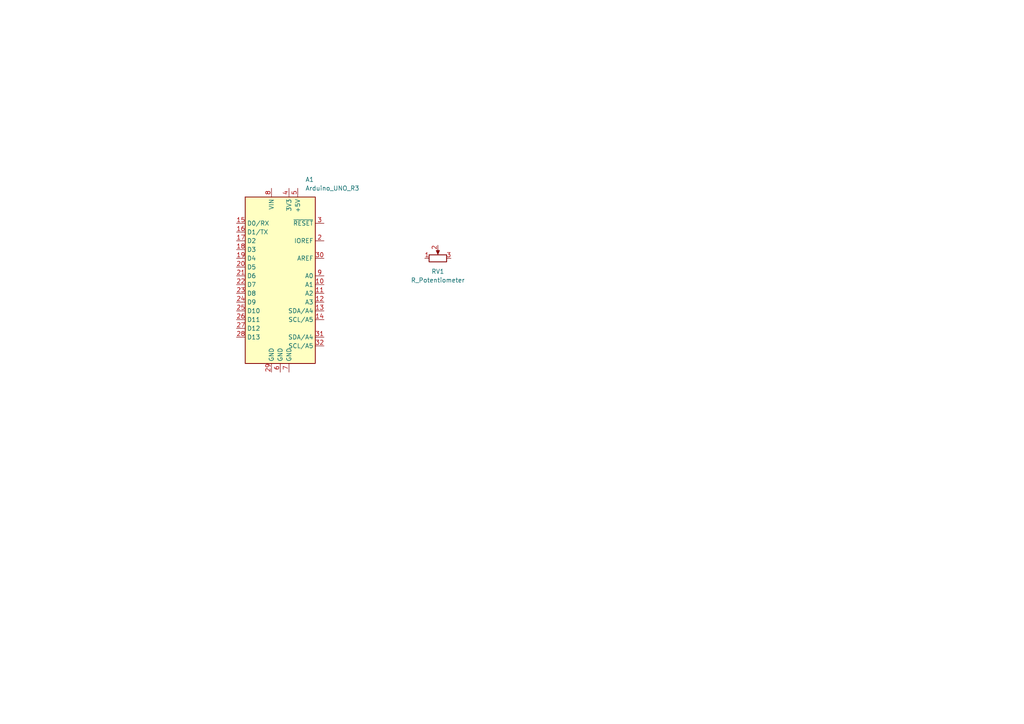
<source format=kicad_sch>
(kicad_sch (version 20230121) (generator eeschema)
  (paper "A4")
  (lib_symbols
    (symbol "Device:R_Potentiometer" (pin_names (offset 1.016) hide)
      (property "Reference" "RV" (at -4.445 0 90))
      (property "Value" "R_Potentiometer" (at -2.54 0 90))
      (symbol "R_Potentiometer_0_1"
        (polyline (pts (xy 2.54 0) (xy 1.524 0)))
        (polyline (pts (xy 1.143 0) (xy 2.286 0.508) (xy 2.286 -0.508) (xy 1.143 0)) (fill (type outline)))
        (rectangle (start 1.016 2.54) (end -1.016 -2.54) (stroke (width 0.254)))
      )
      (symbol "R_Potentiometer_1_1"
        (pin passive line (at 0 3.81 270) (length 1.27) (name "1") (number "1"))
        (pin passive line (at 3.81 0 180) (length 1.27) (name "2") (number "2"))
        (pin passive line (at 0 -3.81 90) (length 1.27) (name "3") (number "3"))
      )
    )
    (symbol "MCU_Module:Arduino_UNO_R3"
      (property "Reference" "A" (at -10.16 23.495 0))
      (property "Value" "Arduino_UNO_R3" (at 5.08 -26.67 0))
      (symbol "Arduino_UNO_R3_0_1"
        (rectangle (start -10.16 22.86) (end 10.16 -25.4) (stroke (width 0.254)) (fill (type background)))
      )
      (symbol "Arduino_UNO_R3_1_1"
        (pin no_connect line (at -10.16 -20.32 0) (length 2.54) hide (name "NC") (number "1"))
        (pin bidirectional line (at 12.7 -2.54 180) (length 2.54) (name "A1") (number "10"))
        (pin bidirectional line (at 12.7 -5.08 180) (length 2.54) (name "A2") (number "11"))
        (pin bidirectional line (at 12.7 -7.62 180) (length 2.54) (name "A3") (number "12"))
        (pin bidirectional line (at 12.7 -10.16 180) (length 2.54) (name "SDA/A4") (number "13"))
        (pin bidirectional line (at 12.7 -12.7 180) (length 2.54) (name "SCL/A5") (number "14"))
        (pin bidirectional line (at -12.7 15.24 0) (length 2.54) (name "D0/RX") (number "15"))
        (pin bidirectional line (at -12.7 12.7 0) (length 2.54) (name "D1/TX") (number "16"))
        (pin bidirectional line (at -12.7 10.16 0) (length 2.54) (name "D2") (number "17"))
        (pin bidirectional line (at -12.7 7.62 0) (length 2.54) (name "D3") (number "18"))
        (pin bidirectional line (at -12.7 5.08 0) (length 2.54) (name "D4") (number "19"))
        (pin output line (at 12.7 10.16 180) (length 2.54) (name "IOREF") (number "2"))
        (pin bidirectional line (at -12.7 2.54 0) (length 2.54) (name "D5") (number "20"))
        (pin bidirectional line (at -12.7 0 0) (length 2.54) (name "D6") (number "21"))
        (pin bidirectional line (at -12.7 -2.54 0) (length 2.54) (name "D7") (number "22"))
        (pin bidirectional line (at -12.7 -5.08 0) (length 2.54) (name "D8") (number "23"))
        (pin bidirectional line (at -12.7 -7.62 0) (length 2.54) (name "D9") (number "24"))
        (pin bidirectional line (at -12.7 -10.16 0) (length 2.54) (name "D10") (number "25"))
        (pin bidirectional line (at -12.7 -12.7 0) (length 2.54) (name "D11") (number "26"))
        (pin bidirectional line (at -12.7 -15.24 0) (length 2.54) (name "D12") (number "27"))
        (pin bidirectional line (at -12.7 -17.78 0) (length 2.54) (name "D13") (number "28"))
        (pin power_in line (at -2.54 -27.94 90) (length 2.54) (name "GND") (number "29"))
        (pin input line (at 12.7 15.24 180) (length 2.54) (name "~{RESET}") (number "3"))
        (pin input line (at 12.7 5.08 180) (length 2.54) (name "AREF") (number "30"))
        (pin bidirectional line (at 12.7 -17.78 180) (length 2.54) (name "SDA/A4") (number "31"))
        (pin bidirectional line (at 12.7 -20.32 180) (length 2.54) (name "SCL/A5") (number "32"))
        (pin power_out line (at 2.54 25.4 270) (length 2.54) (name "3V3") (number "4"))
        (pin power_out line (at 5.08 25.4 270) (length 2.54) (name "+5V") (number "5"))
        (pin power_in line (at 0 -27.94 90) (length 2.54) (name "GND") (number "6"))
        (pin power_in line (at 2.54 -27.94 90) (length 2.54) (name "GND") (number "7"))
        (pin power_in line (at -2.54 25.4 270) (length 2.54) (name "VIN") (number "8"))
        (pin bidirectional line (at 12.7 0 180) (length 2.54) (name "A0") (number "9"))
      )
    )
  )
  (symbol (lib_id "MCU_Module:Arduino_UNO_R3") (at 81.28 80.01 0) (unit 1)
    (property "Reference" "A1" (at 88.5541 52.07 0) (effects (justify left)))
    (property "Value" "Arduino_UNO_R3" (at 88.5541 54.61 0) (effects (justify left)))
    (property "Footprint" "Module:Arduino_UNO_R3" (effects hide))
    (property "Datasheet" "https://www.arduino.cc/en/Main/arduinoBoardUno" (effects hide))
  )
  (symbol (lib_id "Device:R_Potentiometer") (at 127 74.93 90) (unit 1)
    (property "Reference" "RV1" (at 127 78.74 90))
    (property "Value" "R_Potentiometer" (at 127 81.28 90))
  )
)
</source>
